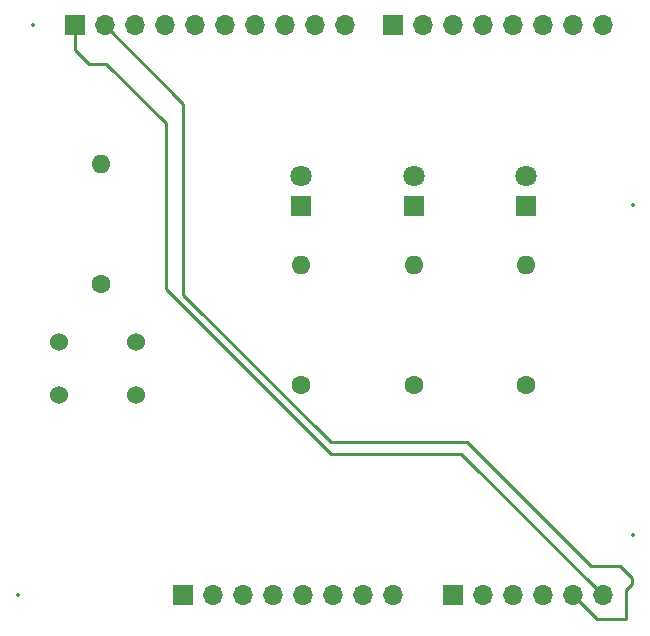
<source format=gbl>
%TF.GenerationSoftware,KiCad,Pcbnew,8.0.0*%
%TF.CreationDate,2024-03-31T18:51:28-04:00*%
%TF.ProjectId,2_spaceship_interface_shield,325f7370-6163-4657-9368-69705f696e74,rev?*%
%TF.SameCoordinates,Original*%
%TF.FileFunction,Copper,L2,Bot*%
%TF.FilePolarity,Positive*%
%FSLAX46Y46*%
G04 Gerber Fmt 4.6, Leading zero omitted, Abs format (unit mm)*
G04 Created by KiCad (PCBNEW 8.0.0) date 2024-03-31 18:51:28*
%MOMM*%
%LPD*%
G01*
G04 APERTURE LIST*
%TA.AperFunction,ComponentPad*%
%ADD10R,1.700000X1.700000*%
%TD*%
%TA.AperFunction,ComponentPad*%
%ADD11O,1.700000X1.700000*%
%TD*%
%TA.AperFunction,ComponentPad*%
%ADD12C,1.600000*%
%TD*%
%TA.AperFunction,ComponentPad*%
%ADD13O,1.600000X1.600000*%
%TD*%
%TA.AperFunction,ComponentPad*%
%ADD14R,1.800000X1.800000*%
%TD*%
%TA.AperFunction,ComponentPad*%
%ADD15C,1.800000*%
%TD*%
%TA.AperFunction,ComponentPad*%
%ADD16C,1.524000*%
%TD*%
%TA.AperFunction,Conductor*%
%ADD17C,0.250000*%
%TD*%
%ADD18C,0.350000*%
G04 APERTURE END LIST*
D10*
%TO.P,J1,1,Pin_1*%
%TO.N,unconnected-(J1-Pin_1-Pad1)*%
X27940000Y2540000D03*
D11*
%TO.P,J1,2,Pin_2*%
%TO.N,/IOREF*%
X30480000Y2540000D03*
%TO.P,J1,3,Pin_3*%
%TO.N,/~{RESET}*%
X33020000Y2540000D03*
%TO.P,J1,4,Pin_4*%
%TO.N,+3V3*%
X35560000Y2540000D03*
%TO.P,J1,5,Pin_5*%
%TO.N,+5V*%
X38100000Y2540000D03*
%TO.P,J1,6,Pin_6*%
%TO.N,GND*%
X40640000Y2540000D03*
%TO.P,J1,7,Pin_7*%
X43180000Y2540000D03*
%TO.P,J1,8,Pin_8*%
%TO.N,VCC*%
X45720000Y2540000D03*
%TD*%
D10*
%TO.P,J3,1,Pin_1*%
%TO.N,/A0*%
X50800000Y2540000D03*
D11*
%TO.P,J3,2,Pin_2*%
%TO.N,/A1*%
X53340000Y2540000D03*
%TO.P,J3,3,Pin_3*%
%TO.N,/A2*%
X55880000Y2540000D03*
%TO.P,J3,4,Pin_4*%
%TO.N,/A3*%
X58420000Y2540000D03*
%TO.P,J3,5,Pin_5*%
%TO.N,/SDA{slash}A4*%
X60960000Y2540000D03*
%TO.P,J3,6,Pin_6*%
%TO.N,/SCL{slash}A5*%
X63500000Y2540000D03*
%TD*%
D10*
%TO.P,J2,1,Pin_1*%
%TO.N,/SCL{slash}A5*%
X18796000Y50800000D03*
D11*
%TO.P,J2,2,Pin_2*%
%TO.N,/SDA{slash}A4*%
X21336000Y50800000D03*
%TO.P,J2,3,Pin_3*%
%TO.N,/AREF*%
X23876000Y50800000D03*
%TO.P,J2,4,Pin_4*%
%TO.N,GND*%
X26416000Y50800000D03*
%TO.P,J2,5,Pin_5*%
%TO.N,/13*%
X28956000Y50800000D03*
%TO.P,J2,6,Pin_6*%
%TO.N,/12*%
X31496000Y50800000D03*
%TO.P,J2,7,Pin_7*%
%TO.N,/\u002A11*%
X34036000Y50800000D03*
%TO.P,J2,8,Pin_8*%
%TO.N,/\u002A10*%
X36576000Y50800000D03*
%TO.P,J2,9,Pin_9*%
%TO.N,/\u002A9*%
X39116000Y50800000D03*
%TO.P,J2,10,Pin_10*%
%TO.N,/8*%
X41656000Y50800000D03*
%TD*%
D10*
%TO.P,J4,1,Pin_1*%
%TO.N,/7*%
X45720000Y50800000D03*
D11*
%TO.P,J4,2,Pin_2*%
%TO.N,/\u002A6*%
X48260000Y50800000D03*
%TO.P,J4,3,Pin_3*%
%TO.N,/\u002A5*%
X50800000Y50800000D03*
%TO.P,J4,4,Pin_4*%
%TO.N,/4*%
X53340000Y50800000D03*
%TO.P,J4,5,Pin_5*%
%TO.N,/\u002A3*%
X55880000Y50800000D03*
%TO.P,J4,6,Pin_6*%
%TO.N,/2*%
X58420000Y50800000D03*
%TO.P,J4,7,Pin_7*%
%TO.N,/TX{slash}1*%
X60960000Y50800000D03*
%TO.P,J4,8,Pin_8*%
%TO.N,/RX{slash}0*%
X63500000Y50800000D03*
%TD*%
D12*
%TO.P,R1,1*%
%TO.N,/SDA{slash}A4*%
X21000000Y28920000D03*
D13*
%TO.P,R1,2*%
%TO.N,GND*%
X21000000Y39080000D03*
%TD*%
D12*
%TO.P,R3,1*%
%TO.N,GND*%
X47500000Y20340000D03*
D13*
%TO.P,R3,2*%
%TO.N,Net-(D2-K)*%
X47500000Y30500000D03*
%TD*%
D14*
%TO.P,D1,1,K*%
%TO.N,Net-(D1-K)*%
X57000000Y35460000D03*
D15*
%TO.P,D1,2,A*%
%TO.N,/2*%
X57000000Y38000000D03*
%TD*%
D14*
%TO.P,D2,1,K*%
%TO.N,Net-(D2-K)*%
X47500000Y35500000D03*
D15*
%TO.P,D2,2,A*%
%TO.N,/\u002A3*%
X47500000Y38040000D03*
%TD*%
D12*
%TO.P,R4,1*%
%TO.N,GND*%
X38000000Y20340000D03*
D13*
%TO.P,R4,2*%
%TO.N,Net-(D3-K)*%
X38000000Y30500000D03*
%TD*%
D12*
%TO.P,R2,1*%
%TO.N,GND*%
X57000000Y20340000D03*
D13*
%TO.P,R2,2*%
%TO.N,Net-(D1-K)*%
X57000000Y30500000D03*
%TD*%
D14*
%TO.P,D3,1,K*%
%TO.N,Net-(D3-K)*%
X38000000Y35500000D03*
D15*
%TO.P,D3,2,A*%
%TO.N,/4*%
X38000000Y38040000D03*
%TD*%
D16*
%TO.P,SW1,1,1*%
%TO.N,/SDA{slash}A4*%
X24000000Y19500000D03*
%TO.P,SW1,2,2*%
%TO.N,+5V*%
X17500000Y19500000D03*
%TO.P,SW1,3*%
%TO.N,N/C*%
X17500000Y24000000D03*
%TO.P,SW1,4*%
X24000000Y24000000D03*
%TD*%
D17*
%TO.N,/SDA{slash}A4*%
X65000000Y5000000D02*
X66000000Y4000000D01*
X66000000Y3500000D02*
X65500000Y3000000D01*
X65500000Y3000000D02*
X65500000Y500000D01*
X65500000Y500000D02*
X63000000Y500000D01*
X28000000Y44136000D02*
X28000000Y28000000D01*
X62500000Y5000000D02*
X65000000Y5000000D01*
X52000000Y15500000D02*
X62500000Y5000000D01*
X66000000Y4000000D02*
X66000000Y3500000D01*
X28000000Y28000000D02*
X40500000Y15500000D01*
X40500000Y15500000D02*
X52000000Y15500000D01*
X63000000Y500000D02*
X60960000Y2540000D01*
X21336000Y50800000D02*
X28000000Y44136000D01*
%TO.N,/SCL{slash}A5*%
X63500000Y2540000D02*
X51540000Y14500000D01*
X26500000Y28500000D02*
X26500000Y42500000D01*
X51540000Y14500000D02*
X40500000Y14500000D01*
X40500000Y14500000D02*
X26500000Y28500000D01*
X21500000Y47500000D02*
X20000000Y47500000D01*
X26500000Y42500000D02*
X21500000Y47500000D01*
X18796000Y48704000D02*
X18796000Y50800000D01*
X20000000Y47500000D02*
X18796000Y48704000D01*
%TD*%
D18*
X27940000Y2540000D03*
X30480000Y2540000D03*
X33020000Y2540000D03*
X35560000Y2540000D03*
X38100000Y2540000D03*
X40640000Y2540000D03*
X43180000Y2540000D03*
X45720000Y2540000D03*
X50800000Y2540000D03*
X53340000Y2540000D03*
X55880000Y2540000D03*
X58420000Y2540000D03*
X60960000Y2540000D03*
X63500000Y2540000D03*
X18796000Y50800000D03*
X21336000Y50800000D03*
X23876000Y50800000D03*
X26416000Y50800000D03*
X28956000Y50800000D03*
X31496000Y50800000D03*
X34036000Y50800000D03*
X36576000Y50800000D03*
X39116000Y50800000D03*
X41656000Y50800000D03*
X45720000Y50800000D03*
X48260000Y50800000D03*
X50800000Y50800000D03*
X53340000Y50800000D03*
X55880000Y50800000D03*
X58420000Y50800000D03*
X60960000Y50800000D03*
X63500000Y50800000D03*
X21000000Y28920000D03*
X21000000Y39080000D03*
X47500000Y20340000D03*
X47500000Y30500000D03*
X57000000Y35460000D03*
X57000000Y38000000D03*
X47500000Y35500000D03*
X47500000Y38040000D03*
X15240000Y50800000D03*
X38000000Y20340000D03*
X38000000Y30500000D03*
X57000000Y20340000D03*
X57000000Y30500000D03*
X38000000Y35500000D03*
X38000000Y38040000D03*
X24000000Y19500000D03*
X17500000Y19500000D03*
X17500000Y24000000D03*
X24000000Y24000000D03*
X13970000Y2540000D03*
X66040000Y35560000D03*
X66040000Y7620000D03*
M02*

</source>
